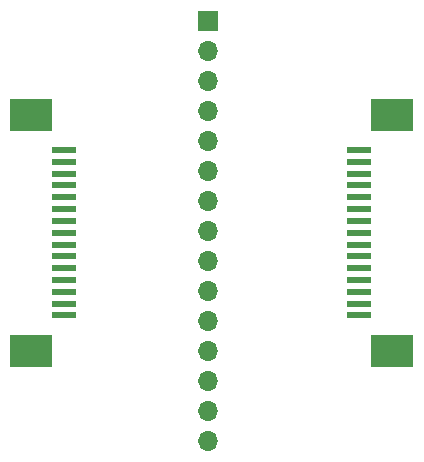
<source format=gts>
G04 #@! TF.GenerationSoftware,KiCad,Pcbnew,(5.1.10)-1*
G04 #@! TF.CreationDate,2022-01-06T14:13:47-06:00*
G04 #@! TF.ProjectId,MIPI_SPY,4d495049-5f53-4505-992e-6b696361645f,rev?*
G04 #@! TF.SameCoordinates,Original*
G04 #@! TF.FileFunction,Soldermask,Top*
G04 #@! TF.FilePolarity,Negative*
%FSLAX46Y46*%
G04 Gerber Fmt 4.6, Leading zero omitted, Abs format (unit mm)*
G04 Created by KiCad (PCBNEW (5.1.10)-1) date 2022-01-06 14:13:47*
%MOMM*%
%LPD*%
G01*
G04 APERTURE LIST*
%ADD10R,3.600000X2.680000*%
%ADD11R,2.000000X0.610000*%
%ADD12R,1.700000X1.700000*%
%ADD13O,1.700000X1.700000*%
G04 APERTURE END LIST*
D10*
X58690000Y-59035001D03*
X58690000Y-39055001D03*
D11*
X61490000Y-56045001D03*
X61490000Y-55045001D03*
X61490000Y-54045001D03*
X61490000Y-53045001D03*
X61490000Y-52045001D03*
X61490000Y-51045001D03*
X61490000Y-50045001D03*
X61490000Y-49045001D03*
X61490000Y-48045001D03*
X61490000Y-47045001D03*
X61490000Y-46045001D03*
X61490000Y-45045001D03*
X61490000Y-44045001D03*
X61490000Y-43045001D03*
X61490000Y-42045001D03*
X86465000Y-56045001D03*
X86465000Y-55045001D03*
X86465000Y-54045001D03*
X86465000Y-53045001D03*
X86465000Y-52045001D03*
X86465000Y-51045001D03*
X86465000Y-50045001D03*
X86465000Y-49045001D03*
X86465000Y-48045001D03*
X86465000Y-47045001D03*
X86465000Y-46045001D03*
X86465000Y-45045001D03*
X86465000Y-44045001D03*
X86465000Y-43045001D03*
X86465000Y-42045001D03*
D10*
X89265000Y-59035001D03*
X89265000Y-39055001D03*
D12*
X73660000Y-31115000D03*
D13*
X73660000Y-33655000D03*
X73660000Y-36195000D03*
X73660000Y-38735000D03*
X73660000Y-41275000D03*
X73660000Y-43815000D03*
X73660000Y-46355000D03*
X73660000Y-48895000D03*
X73660000Y-51435000D03*
X73660000Y-53975000D03*
X73660000Y-56515000D03*
X73660000Y-59055000D03*
X73660000Y-61595000D03*
X73660000Y-64135000D03*
X73660000Y-66675000D03*
M02*

</source>
